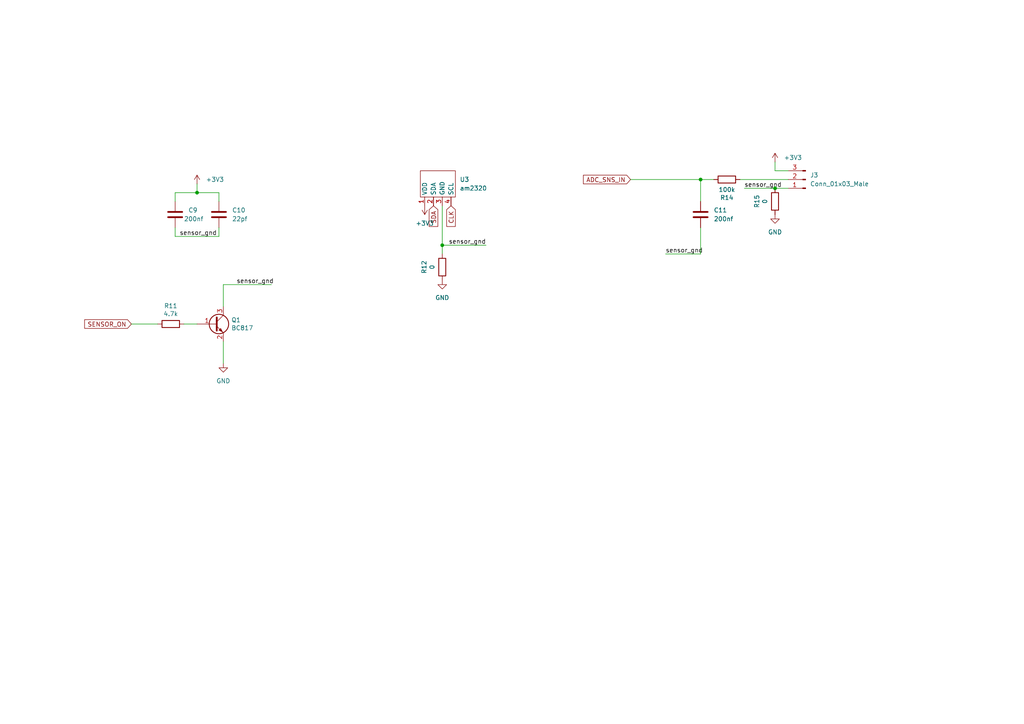
<source format=kicad_sch>
(kicad_sch (version 20211123) (generator eeschema)
  (paper "A4")
  (title_block (title "SENSOR") (date "2022-02-14") (rev "1.0"))
  (lib_symbols
    (symbol "Connector:Conn_01x03_Male" (pin_names (offset 1.016) hide)
      (property "Reference" "J" (at 0 5.08 0))
      (property "Value" "Conn_01x03_Male" (at 0 -5.08 0))
      (symbol "Conn_01x03_Male_1_1"
        (polyline (pts (xy 1.27 -2.54) (xy 0.8636 -2.54)) (stroke (width 0.1524)))
        (polyline (pts (xy 1.27 0) (xy 0.8636 0)) (stroke (width 0.1524)))
        (polyline (pts (xy 1.27 2.54) (xy 0.8636 2.54)) (stroke (width 0.1524)))
        (rectangle (start 0.8636 -2.413) (end 0 -2.667) (stroke (width 0.1524)) (fill (type outline)))
        (rectangle (start 0.8636 0.127) (end 0 -0.127) (stroke (width 0.1524)) (fill (type outline)))
        (rectangle (start 0.8636 2.667) (end 0 2.413) (stroke (width 0.1524)) (fill (type outline)))
        (pin passive line (at 5.08 2.54 180) (length 3.81) (name "Pin_1") (number "1"))
        (pin passive line (at 5.08 0 180) (length 3.81) (name "Pin_2") (number "2"))
        (pin passive line (at 5.08 -2.54 180) (length 3.81) (name "Pin_3") (number "3"))
      )
    )
    (symbol "Device:C" (pin_numbers hide) (pin_names (offset 0.254))
      (property "Reference" "C" (at 0.635 2.54 0))
      (property "Value" "C" (at 0.635 -2.54 0))
      (symbol "C_0_1"
        (polyline (pts (xy -2.032 -0.762) (xy 2.032 -0.762)) (stroke (width 0.508)))
        (polyline (pts (xy -2.032 0.762) (xy 2.032 0.762)) (stroke (width 0.508)))
      )
      (symbol "C_1_1"
        (pin passive line (at 0 3.81 270) (length 2.794) (name "~") (number "1"))
        (pin passive line (at 0 -3.81 90) (length 2.794) (name "~") (number "2"))
      )
    )
    (symbol "Device:R" (pin_numbers hide) (pin_names (offset 0))
      (property "Reference" "R" (at 2.032 0 90))
      (property "Value" "R" (at 0 0 90))
      (symbol "R_0_1"
        (rectangle (start -1.016 -2.54) (end 1.016 2.54) (stroke (width 0.254)))
      )
      (symbol "R_1_1"
        (pin passive line (at 0 3.81 270) (length 1.27) (name "~") (number "1"))
        (pin passive line (at 0 -3.81 90) (length 1.27) (name "~") (number "2"))
      )
    )
    (symbol "Transistor_BJT:BC817" (pin_names (offset 0) hide)
      (property "Reference" "Q" (at 5.08 1.905 0))
      (property "Value" "BC817" (at 5.08 0 0))
      (symbol "BC817_0_1"
        (polyline (pts (xy 0.635 0.635) (xy 2.54 2.54)))
        (polyline (pts (xy 0.635 -0.635) (xy 2.54 -2.54) (xy 2.54 -2.54)))
        (polyline (pts (xy 0.635 1.905) (xy 0.635 -1.905) (xy 0.635 -1.905)) (stroke (width 0.508)))
        (polyline (pts (xy 1.27 -1.778) (xy 1.778 -1.27) (xy 2.286 -2.286) (xy 1.27 -1.778) (xy 1.27 -1.778)) (fill (type outline)))
        (circle (center 1.27 0) (radius 2.8194) (stroke (width 0.254)))
      )
      (symbol "BC817_1_1"
        (pin input line (at -5.08 0 0) (length 5.715) (name "B") (number "1"))
        (pin passive line (at 2.54 -5.08 90) (length 2.54) (name "E") (number "2"))
        (pin passive line (at 2.54 5.08 270) (length 2.54) (name "C") (number "3"))
      )
    )
    (symbol "gliese:am2320"
      (property "Reference" "U" (at 0 6.35 0))
      (property "Value" "am2320" (at 0 3.81 0))
      (symbol "am2320_0_1"
        (rectangle (start -5.08 5.08) (end 5.08 -2.54))
      )
      (symbol "am2320_1_1"
        (pin input line (at -3.81 -5.08 90) (length 2.54) (name "VDD") (number "1"))
        (pin input line (at -1.27 -5.08 90) (length 2.54) (name "SDA") (number "2"))
        (pin input line (at 1.27 -5.08 90) (length 2.54) (name "GND") (number "3"))
        (pin input line (at 3.81 -5.08 90) (length 2.54) (name "SCL") (number "4"))
      )
    )
    (symbol "power:+3V3" (power) (pin_names (offset 0))
      (property "Value" "+3V3" (at 0 3.556 0))
      (symbol "+3V3_0_1"
        (polyline (pts (xy -0.762 1.27) (xy 0 2.54)))
        (polyline (pts (xy 0 0) (xy 0 2.54)))
        (polyline (pts (xy 0 2.54) (xy 0.762 1.27)))
      )
      (symbol "+3V3_1_1"
        (pin power_in line (at 0 0 90) (length 0) hide (name "+3V3") (number "1"))
      )
    )
    (symbol "power:GND" (power) (pin_names (offset 0))
      (property "Value" "GND" (at 0 -3.81 0))
      (symbol "GND_0_1"
        (polyline (pts (xy 0 0) (xy 0 -1.27) (xy 1.27 -1.27) (xy 0 -2.54) (xy -1.27 -1.27) (xy 0 -1.27)))
      )
      (symbol "GND_1_1"
        (pin power_in line (at 0 0 270) (length 0) hide (name "GND") (number "1"))
      )
    )
  )
  (junction (at 128.27 71.12))
  (junction (at 57.15 55.88))
  (junction (at 203.2 52.07))
  (junction (at 224.79 54.61))
  (wire (pts (xy 224.79 54.61) (xy 228.6 54.61)))
  (wire (pts (xy 193.04 73.66) (xy 203.2 73.66)))
  (wire (pts (xy 64.77 88.9) (xy 64.77 82.55)))
  (wire (pts (xy 53.34 93.98) (xy 57.15 93.98)))
  (wire (pts (xy 63.5 55.88) (xy 63.5 58.42)))
  (wire (pts (xy 214.63 52.07) (xy 228.6 52.07)))
  (wire (pts (xy 64.77 82.55) (xy 78.74 82.55)))
  (wire (pts (xy 50.8 55.88) (xy 57.15 55.88)))
  (wire (pts (xy 63.5 66.04) (xy 63.5 68.58)))
  (wire (pts (xy 50.8 58.42) (xy 50.8 55.88)))
  (wire (pts (xy 224.79 49.53) (xy 224.79 46.99)))
  (wire (pts (xy 64.77 99.06) (xy 64.77 105.41)))
  (wire (pts (xy 50.8 68.58) (xy 63.5 68.58)))
  (wire (pts (xy 57.15 55.88) (xy 63.5 55.88)))
  (wire (pts (xy 128.27 59.69) (xy 128.27 71.12)))
  (wire (pts (xy 57.15 53.34) (xy 57.15 55.88)))
  (wire (pts (xy 128.27 71.12) (xy 140.97 71.12)))
  (wire (pts (xy 38.1 93.98) (xy 45.72 93.98)))
  (wire (pts (xy 203.2 58.42) (xy 203.2 52.07)))
  (wire (pts (xy 228.6 49.53) (xy 224.79 49.53)))
  (wire (pts (xy 215.9 54.61) (xy 224.79 54.61)))
  (wire (pts (xy 128.27 71.12) (xy 128.27 73.66)))
  (wire (pts (xy 203.2 66.04) (xy 203.2 73.66)))
  (wire (pts (xy 203.2 52.07) (xy 207.01 52.07)))
  (wire (pts (xy 182.88 52.07) (xy 203.2 52.07)))
  (wire (pts (xy 50.8 66.04) (xy 50.8 68.58)))
  (label "sensor_gnd" (at 140.97 71.12 180))
  (label "sensor_gnd" (at 215.9 54.61 0))
  (label "sensor_gnd" (at 52.07 68.58 0))
  (label "sensor_gnd" (at 193.04 73.66 0))
  (label "sensor_gnd" (at 68.58 82.55 0))
  (global_label "CLK" (shape input) (at 130.81 59.69 270) (property "Intersheet References" "${INTERSHEET_REFS}" (at 130.7306 65.6712 90) (effects (justify right))))
  (global_label "ADC_SNS_IN" (shape input) (at 182.88 52.07 180) (property "Intersheet References" "${INTERSHEET_REFS}" (at 169.2183 51.9906 0) (effects (justify right))))
  (global_label "SDA" (shape input) (at 125.73 59.69 270) (property "Intersheet References" "${INTERSHEET_REFS}" (at 125.6506 65.6712 90) (effects (justify right))))
  (global_label "SENSOR_ON" (shape input) (at 38.1 93.98 180) (property "Intersheet References" "${INTERSHEET_REFS}" (at 24.5593 93.9006 0) (effects (justify right))))
  (symbol (lib_id "Device:C") (at 63.5 62.23 0) (unit 1)
    (property "Reference" "C10" (at 67.31 60.9599 0) (effects (justify left)))
    (property "Value" "22pf" (at 67.31 63.4999 0) (effects (justify left)))
    (property "Footprint" "Capacitor_SMD:C_1206_3216Metric_Pad1.33x1.80mm_HandSolder" (effects hide))
  )
  (symbol (lib_id "Device:R") (at 224.79 58.42 0) (unit 1)
    (property "Reference" "R15" (at 219.5322 58.42 90))
    (property "Value" "0" (at 221.8436 58.42 90))
    (property "Footprint" "Resistor_SMD:R_1206_3216Metric_Pad1.30x1.75mm_HandSolder" (effects hide))
  )
  (symbol (lib_id "Device:R") (at 128.27 77.47 0) (unit 1)
    (property "Reference" "R12" (at 123.0122 77.47 90))
    (property "Value" "0" (at 125.3236 77.47 90))
    (property "Footprint" "Resistor_SMD:R_1206_3216Metric_Pad1.30x1.75mm_HandSolder" (effects hide))
  )
  (symbol (lib_id "Device:R") (at 49.53 93.98 270) (unit 1)
    (property "Reference" "R11" (at 49.53 88.7222 90))
    (property "Value" "4.7k" (at 49.53 91.0336 90))
    (property "Footprint" "Resistor_SMD:R_1206_3216Metric_Pad1.30x1.75mm_HandSolder" (effects hide))
  )
  (symbol (lib_id "power:+3V3") (at 57.15 53.34 0) (unit 1)
    (property "Reference" "#PWR0133" (effects hide))
    (property "Value" "+3V3" (at 59.69 52.0699 0) (effects (justify left)))
  )
  (symbol (lib_id "power:GND") (at 224.79 62.23 0) (unit 1)
    (property "Reference" "#PWR0134" (effects hide))
    (property "Value" "GND" (at 224.79 67.31 0))
  )
  (symbol (lib_id "gliese:am2320") (at 127 54.61 0) (unit 1)
    (property "Reference" "U3" (at 133.35 52.0699 0) (effects (justify left)))
    (property "Value" "am2320" (at 133.35 54.6099 0) (effects (justify left)))
    (property "Footprint" "Connector_PinHeader_2.54mm:PinHeader_1x04_P2.54mm_Vertical" (effects hide))
    (property "Datasheet" "https://cdn-shop.adafruit.com/product-files/3721/AM2320.pdf" (effects hide))
  )
  (symbol (lib_id "power:GND") (at 64.77 105.41 0) (unit 1)
    (property "Reference" "#PWR0131" (effects hide))
    (property "Value" "GND" (at 64.77 110.49 0))
  )
  (symbol (lib_id "Device:R") (at 210.82 52.07 90) (unit 1)
    (property "Reference" "R14" (at 210.82 57.3278 90))
    (property "Value" "100k" (at 210.82 55.0164 90))
    (property "Footprint" "Resistor_SMD:R_1206_3216Metric_Pad1.30x1.75mm_HandSolder" (effects hide))
  )
  (symbol (lib_id "Device:C") (at 50.8 62.23 0) (unit 1)
    (property "Reference" "C9" (at 54.61 60.9599 0) (effects (justify left)))
    (property "Value" "200nf" (at 53.34 63.5 0) (effects (justify left)))
    (property "Footprint" "Capacitor_SMD:C_1206_3216Metric_Pad1.33x1.80mm_HandSolder" (effects hide))
  )
  (symbol (lib_id "Device:C") (at 203.2 62.23 0) (unit 1)
    (property "Reference" "C11" (at 207.01 60.9599 0) (effects (justify left)))
    (property "Value" "200nf" (at 207.01 63.4999 0) (effects (justify left)))
    (property "Footprint" "Capacitor_SMD:C_1206_3216Metric_Pad1.33x1.80mm_HandSolder" (effects hide))
  )
  (symbol (lib_id "power:+3V3") (at 123.19 59.69 180) (unit 1)
    (property "Reference" "#PWR0132" (effects hide))
    (property "Value" "+3V3" (at 123.19 64.77 0))
  )
  (symbol (lib_id "Connector:Conn_01x03_Male") (at 233.68 52.07 180) (unit 1)
    (property "Reference" "J3" (at 234.95 50.7999 0) (effects (justify right)))
    (property "Value" "Conn_01x03_Male" (at 234.95 53.3399 0) (effects (justify right)))
    (property "Footprint" "Connector_PinHeader_2.54mm:PinHeader_1x03_P2.54mm_Vertical" (effects hide))
  )
  (symbol (lib_id "Transistor_BJT:BC817") (at 62.23 93.98 0) (unit 1)
    (property "Reference" "Q1" (at 67.0814 92.8116 0) (effects (justify left)))
    (property "Value" "BC817" (at 67.0814 95.123 0) (effects (justify left)))
    (property "Footprint" "Package_TO_SOT_SMD:SOT-23" (effects hide))
    (property "Datasheet" "https://www.onsemi.com/pub/Collateral/BC818-D.pdf" (effects hide))
  )
  (symbol (lib_id "power:GND") (at 128.27 81.28 0) (unit 1)
    (property "Reference" "#PWR0130" (effects hide))
    (property "Value" "GND" (at 128.27 86.36 0))
  )
  (symbol (lib_id "power:+3V3") (at 224.79 46.99 0) (unit 1)
    (property "Reference" "#PWR0136" (effects hide))
    (property "Value" "+3V3" (at 227.33 45.7199 0) (effects (justify left)))
  )
)
</source>
